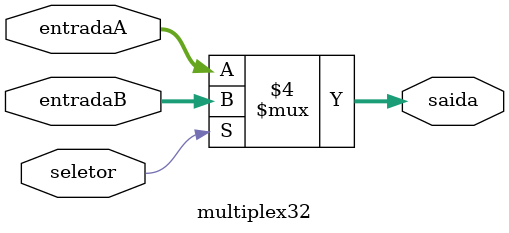
<source format=v>
`timescale 1ns / 1ps
module multiplex32(
	entradaA,
	entradaB,
	seletor,
	saida
    );

input[31:0] entradaA;
input[31:0] entradaB;
input seletor;

output reg[31:0] saida;

always @(seletor, entradaA, entradaB)
	begin
		if (seletor == 0 )
			saida <= entradaA;
		else
			saida <= entradaB;
	end
endmodule

</source>
